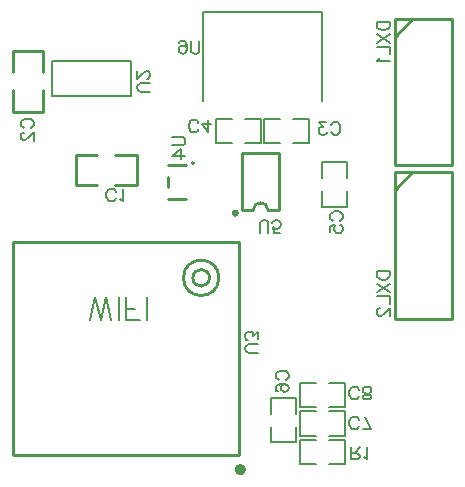
<source format=gbo>
G04 Layer: BottomSilkscreenLayer*
G04 EasyEDA v6.5.3, 2022-04-04 11:44:29*
G04 441a04c8791b4462941eed85b5e579c0,ea473c994f494bc6b3a27bf06e4933c6,10*
G04 Gerber Generator version 0.2*
G04 Scale: 100 percent, Rotated: No, Reflected: No *
G04 Dimensions in millimeters *
G04 leading zeros omitted , absolute positions ,4 integer and 5 decimal *
%FSLAX45Y45*%
%MOMM*%

%ADD10C,0.2540*%
%ADD27C,0.1999*%
%ADD30C,0.1524*%
%ADD31C,0.5000*%
%ADD32C,0.2032*%

%LPD*%
D30*
X1093978Y-1600707D02*
G01*
X1088644Y-1611121D01*
X1078229Y-1621536D01*
X1068070Y-1626615D01*
X1047242Y-1626615D01*
X1036828Y-1621536D01*
X1026413Y-1611121D01*
X1021079Y-1600707D01*
X1016000Y-1584960D01*
X1016000Y-1559052D01*
X1021079Y-1543557D01*
X1026413Y-1533144D01*
X1036828Y-1522729D01*
X1047242Y-1517650D01*
X1068070Y-1517650D01*
X1078229Y-1522729D01*
X1088644Y-1533144D01*
X1093978Y-1543557D01*
X1128268Y-1605787D02*
G01*
X1138681Y-1611121D01*
X1154176Y-1626615D01*
X1154176Y-1517650D01*
X316992Y-1005078D02*
G01*
X306578Y-999744D01*
X296163Y-989329D01*
X291084Y-979170D01*
X291084Y-958342D01*
X296163Y-947928D01*
X306578Y-937513D01*
X316992Y-932179D01*
X332739Y-927100D01*
X358647Y-927100D01*
X374142Y-932179D01*
X384555Y-937513D01*
X394970Y-947928D01*
X400050Y-958342D01*
X400050Y-979170D01*
X394970Y-989329D01*
X384555Y-999744D01*
X374142Y-1005078D01*
X316992Y-1044447D02*
G01*
X311912Y-1044447D01*
X301497Y-1049781D01*
X296163Y-1054862D01*
X291084Y-1065276D01*
X291084Y-1086104D01*
X296163Y-1096518D01*
X301497Y-1101597D01*
X311912Y-1106931D01*
X322326Y-1106931D01*
X332739Y-1101597D01*
X348234Y-1091184D01*
X400050Y-1039368D01*
X400050Y-1112012D01*
X2919222Y-977392D02*
G01*
X2924556Y-966978D01*
X2934970Y-956563D01*
X2945129Y-951484D01*
X2965958Y-951484D01*
X2976372Y-956563D01*
X2986786Y-966978D01*
X2992120Y-977392D01*
X2997200Y-993139D01*
X2997200Y-1019047D01*
X2992120Y-1034542D01*
X2986786Y-1044955D01*
X2976372Y-1055370D01*
X2965958Y-1060450D01*
X2945129Y-1060450D01*
X2934970Y-1055370D01*
X2924556Y-1044955D01*
X2919222Y-1034542D01*
X2874518Y-951484D02*
G01*
X2817368Y-951484D01*
X2848609Y-993139D01*
X2833115Y-993139D01*
X2822702Y-998220D01*
X2817368Y-1003300D01*
X2812288Y-1019047D01*
X2812288Y-1029462D01*
X2817368Y-1044955D01*
X2827781Y-1055370D01*
X2843529Y-1060450D01*
X2859024Y-1060450D01*
X2874518Y-1055370D01*
X2879852Y-1050289D01*
X2884931Y-1039876D01*
X1792478Y-1016507D02*
G01*
X1787144Y-1026921D01*
X1776729Y-1037336D01*
X1766570Y-1042415D01*
X1745742Y-1042415D01*
X1735328Y-1037336D01*
X1724913Y-1026921D01*
X1719579Y-1016507D01*
X1714500Y-1000760D01*
X1714500Y-974852D01*
X1719579Y-959357D01*
X1724913Y-948944D01*
X1735328Y-938529D01*
X1745742Y-933450D01*
X1766570Y-933450D01*
X1776729Y-938529D01*
X1787144Y-948944D01*
X1792478Y-959357D01*
X1878584Y-1042415D02*
G01*
X1826768Y-969771D01*
X1904745Y-969771D01*
X1878584Y-1042415D02*
G01*
X1878584Y-933450D01*
X2933191Y-1789160D02*
G01*
X2922777Y-1783826D01*
X2912363Y-1773412D01*
X2907284Y-1763252D01*
X2907284Y-1742424D01*
X2912363Y-1732010D01*
X2922777Y-1721596D01*
X2933191Y-1716262D01*
X2948940Y-1711182D01*
X2974847Y-1711182D01*
X2990341Y-1716262D01*
X3000756Y-1721596D01*
X3011170Y-1732010D01*
X3016250Y-1742424D01*
X3016250Y-1763252D01*
X3011170Y-1773412D01*
X3000756Y-1783826D01*
X2990341Y-1789160D01*
X2907284Y-1885680D02*
G01*
X2907284Y-1833864D01*
X2954020Y-1828530D01*
X2948940Y-1833864D01*
X2943606Y-1849358D01*
X2943606Y-1864852D01*
X2948940Y-1880600D01*
X2959100Y-1891014D01*
X2974847Y-1896094D01*
X2985261Y-1896094D01*
X3000756Y-1891014D01*
X3011170Y-1880600D01*
X3016250Y-1864852D01*
X3016250Y-1849358D01*
X3011170Y-1833864D01*
X3006090Y-1828530D01*
X2995675Y-1823450D01*
X2475991Y-3138678D02*
G01*
X2465577Y-3133344D01*
X2455163Y-3122929D01*
X2450084Y-3112770D01*
X2450084Y-3091942D01*
X2455163Y-3081528D01*
X2465577Y-3071113D01*
X2475991Y-3065779D01*
X2491740Y-3060700D01*
X2517647Y-3060700D01*
X2533141Y-3065779D01*
X2543556Y-3071113D01*
X2553970Y-3081528D01*
X2559050Y-3091942D01*
X2559050Y-3112770D01*
X2553970Y-3122929D01*
X2543556Y-3133344D01*
X2533141Y-3138678D01*
X2465577Y-3235197D02*
G01*
X2455163Y-3230118D01*
X2450084Y-3214370D01*
X2450084Y-3204210D01*
X2455163Y-3188462D01*
X2470911Y-3178047D01*
X2496820Y-3172968D01*
X2522727Y-3172968D01*
X2543556Y-3178047D01*
X2553970Y-3188462D01*
X2559050Y-3204210D01*
X2559050Y-3209289D01*
X2553970Y-3224784D01*
X2543556Y-3235197D01*
X2528061Y-3240531D01*
X2522727Y-3240531D01*
X2507234Y-3235197D01*
X2496820Y-3224784D01*
X2491740Y-3209289D01*
X2491740Y-3204210D01*
X2496820Y-3188462D01*
X2507234Y-3178047D01*
X2522727Y-3172968D01*
X3151377Y-3531107D02*
G01*
X3146043Y-3541521D01*
X3135629Y-3551936D01*
X3125470Y-3557015D01*
X3104641Y-3557015D01*
X3094227Y-3551936D01*
X3083813Y-3541521D01*
X3078479Y-3531107D01*
X3073400Y-3515360D01*
X3073400Y-3489452D01*
X3078479Y-3473957D01*
X3083813Y-3463544D01*
X3094227Y-3453129D01*
X3104641Y-3448050D01*
X3125470Y-3448050D01*
X3135629Y-3453129D01*
X3146043Y-3463544D01*
X3151377Y-3473957D01*
X3258311Y-3557015D02*
G01*
X3206495Y-3448050D01*
X3185668Y-3557015D02*
G01*
X3258311Y-3557015D01*
X3151377Y-3277107D02*
G01*
X3146043Y-3287521D01*
X3135629Y-3297936D01*
X3125470Y-3303015D01*
X3104641Y-3303015D01*
X3094227Y-3297936D01*
X3083813Y-3287521D01*
X3078479Y-3277107D01*
X3073400Y-3261360D01*
X3073400Y-3235452D01*
X3078479Y-3219957D01*
X3083813Y-3209544D01*
X3094227Y-3199129D01*
X3104641Y-3194050D01*
X3125470Y-3194050D01*
X3135629Y-3199129D01*
X3146043Y-3209544D01*
X3151377Y-3219957D01*
X3211575Y-3303015D02*
G01*
X3196081Y-3297936D01*
X3190747Y-3287521D01*
X3190747Y-3277107D01*
X3196081Y-3266694D01*
X3206495Y-3261360D01*
X3227070Y-3256279D01*
X3242818Y-3251200D01*
X3253231Y-3240786D01*
X3258311Y-3230371D01*
X3258311Y-3214623D01*
X3253231Y-3204210D01*
X3247897Y-3199129D01*
X3232404Y-3194050D01*
X3211575Y-3194050D01*
X3196081Y-3199129D01*
X3190747Y-3204210D01*
X3185668Y-3214623D01*
X3185668Y-3230371D01*
X3190747Y-3240786D01*
X3201161Y-3251200D01*
X3216909Y-3256279D01*
X3237484Y-3261360D01*
X3247897Y-3266694D01*
X3253231Y-3277107D01*
X3253231Y-3287521D01*
X3247897Y-3297936D01*
X3232404Y-3303015D01*
X3211575Y-3303015D01*
X3305284Y-103101D02*
G01*
X3414250Y-103101D01*
X3305284Y-103101D02*
G01*
X3305284Y-139423D01*
X3310364Y-155171D01*
X3320778Y-165331D01*
X3331192Y-170665D01*
X3346940Y-175745D01*
X3372848Y-175745D01*
X3388342Y-170665D01*
X3398756Y-165331D01*
X3409170Y-155171D01*
X3414250Y-139423D01*
X3414250Y-103101D01*
X3305284Y-210035D02*
G01*
X3414250Y-282933D01*
X3305284Y-282933D02*
G01*
X3414250Y-210035D01*
X3305284Y-317223D02*
G01*
X3414250Y-317223D01*
X3414250Y-317223D02*
G01*
X3414250Y-379453D01*
X3326112Y-413743D02*
G01*
X3320778Y-424157D01*
X3305284Y-439651D01*
X3414250Y-439651D01*
X3086100Y-3811015D02*
G01*
X3086100Y-3702050D01*
X3086100Y-3811015D02*
G01*
X3132836Y-3811015D01*
X3148329Y-3805936D01*
X3153663Y-3800602D01*
X3158743Y-3790187D01*
X3158743Y-3779773D01*
X3153663Y-3769360D01*
X3148329Y-3764279D01*
X3132836Y-3759200D01*
X3086100Y-3759200D01*
X3122422Y-3759200D02*
G01*
X3158743Y-3702050D01*
X3193034Y-3790187D02*
G01*
X3203447Y-3795521D01*
X3219195Y-3811015D01*
X3219195Y-3702050D01*
X1385315Y-698500D02*
G01*
X1307337Y-698500D01*
X1291844Y-693420D01*
X1281429Y-683005D01*
X1276350Y-667257D01*
X1276350Y-656844D01*
X1281429Y-641350D01*
X1291844Y-630936D01*
X1307337Y-625855D01*
X1385315Y-625855D01*
X1359407Y-586231D02*
G01*
X1364487Y-586231D01*
X1374902Y-581152D01*
X1380236Y-575818D01*
X1385315Y-565404D01*
X1385315Y-544829D01*
X1380236Y-534415D01*
X1374902Y-529081D01*
X1364487Y-524002D01*
X1354073Y-524002D01*
X1343660Y-529081D01*
X1328165Y-539495D01*
X1276350Y-591565D01*
X1276350Y-518668D01*
X2299715Y-2908300D02*
G01*
X2221738Y-2908300D01*
X2206243Y-2903220D01*
X2195829Y-2892805D01*
X2190750Y-2877057D01*
X2190750Y-2866644D01*
X2195829Y-2851150D01*
X2206243Y-2840736D01*
X2221738Y-2835655D01*
X2299715Y-2835655D01*
X2299715Y-2790952D02*
G01*
X2299715Y-2733802D01*
X2258059Y-2764789D01*
X2258059Y-2749295D01*
X2252979Y-2738881D01*
X2247900Y-2733802D01*
X2232152Y-2728468D01*
X2221738Y-2728468D01*
X2206243Y-2733802D01*
X2195829Y-2744215D01*
X2190750Y-2759710D01*
X2190750Y-2775204D01*
X2195829Y-2790952D01*
X2200909Y-2796031D01*
X2211324Y-2801365D01*
D32*
X873549Y-2630792D02*
G01*
X919777Y-2436736D01*
X966005Y-2630792D02*
G01*
X919777Y-2436736D01*
X966005Y-2630792D02*
G01*
X1012233Y-2436736D01*
X1058207Y-2630792D02*
G01*
X1012233Y-2436736D01*
X1119167Y-2630792D02*
G01*
X1119167Y-2436736D01*
X1180127Y-2630792D02*
G01*
X1180127Y-2436736D01*
X1180127Y-2630792D02*
G01*
X1300269Y-2630792D01*
X1180127Y-2538336D02*
G01*
X1254041Y-2538336D01*
X1361229Y-2630792D02*
G01*
X1361229Y-2436736D01*
D30*
X1573784Y-1079500D02*
G01*
X1651762Y-1079500D01*
X1667255Y-1084579D01*
X1677670Y-1094994D01*
X1682750Y-1110742D01*
X1682750Y-1121155D01*
X1677670Y-1136650D01*
X1667255Y-1147063D01*
X1651762Y-1152144D01*
X1573784Y-1152144D01*
X1573784Y-1238504D02*
G01*
X1646428Y-1186434D01*
X1646428Y-1264412D01*
X1573784Y-1238504D02*
G01*
X1682750Y-1238504D01*
X2313940Y-1893315D02*
G01*
X2313940Y-1815337D01*
X2319020Y-1799844D01*
X2329434Y-1789429D01*
X2345181Y-1784350D01*
X2355595Y-1784350D01*
X2371090Y-1789429D01*
X2381504Y-1799844D01*
X2386584Y-1815337D01*
X2386584Y-1893315D01*
X2483358Y-1893315D02*
G01*
X2431288Y-1893315D01*
X2426208Y-1846579D01*
X2431288Y-1851660D01*
X2447036Y-1856994D01*
X2462529Y-1856994D01*
X2478024Y-1851660D01*
X2488438Y-1841500D01*
X2493772Y-1825752D01*
X2493772Y-1815337D01*
X2488438Y-1799844D01*
X2478024Y-1789429D01*
X2462529Y-1784350D01*
X2447036Y-1784350D01*
X2431288Y-1789429D01*
X2426208Y-1794510D01*
X2420874Y-1804923D01*
X1803400Y-265684D02*
G01*
X1803400Y-343662D01*
X1798320Y-359155D01*
X1787905Y-369570D01*
X1772157Y-374650D01*
X1761744Y-374650D01*
X1746250Y-369570D01*
X1735836Y-359155D01*
X1730755Y-343662D01*
X1730755Y-265684D01*
X1633981Y-281178D02*
G01*
X1639315Y-270763D01*
X1654810Y-265684D01*
X1665223Y-265684D01*
X1680718Y-270763D01*
X1691131Y-286512D01*
X1696465Y-312420D01*
X1696465Y-338328D01*
X1691131Y-359155D01*
X1680718Y-369570D01*
X1665223Y-374650D01*
X1659889Y-374650D01*
X1644395Y-369570D01*
X1633981Y-359155D01*
X1628902Y-343662D01*
X1628902Y-338328D01*
X1633981Y-322834D01*
X1644395Y-312420D01*
X1659889Y-307339D01*
X1665223Y-307339D01*
X1680718Y-312420D01*
X1691131Y-322834D01*
X1696465Y-338328D01*
X3305284Y-2215901D02*
G01*
X3414250Y-2215901D01*
X3305284Y-2215901D02*
G01*
X3305284Y-2252223D01*
X3310364Y-2267971D01*
X3320778Y-2278131D01*
X3331192Y-2283465D01*
X3346940Y-2288545D01*
X3372848Y-2288545D01*
X3388342Y-2283465D01*
X3398756Y-2278131D01*
X3409170Y-2267971D01*
X3414250Y-2252223D01*
X3414250Y-2215901D01*
X3305284Y-2322835D02*
G01*
X3414250Y-2395733D01*
X3305284Y-2395733D02*
G01*
X3414250Y-2322835D01*
X3305284Y-2430023D02*
G01*
X3414250Y-2430023D01*
X3414250Y-2430023D02*
G01*
X3414250Y-2492253D01*
X3331192Y-2531877D02*
G01*
X3326112Y-2531877D01*
X3315698Y-2536957D01*
X3310364Y-2542291D01*
X3305284Y-2552451D01*
X3305284Y-2573279D01*
X3310364Y-2583693D01*
X3315698Y-2589027D01*
X3326112Y-2594107D01*
X3336526Y-2594107D01*
X3346940Y-2589027D01*
X3362434Y-2578613D01*
X3414250Y-2526543D01*
X3414250Y-2599441D01*
D10*
X939800Y-1485900D02*
G01*
X754989Y-1485900D01*
X754989Y-1231900D01*
X939800Y-1231900D01*
X1092200Y-1231900D02*
G01*
X1278001Y-1231900D01*
X1278001Y-1485900D01*
X1092200Y-1485900D01*
X228600Y-533400D02*
G01*
X228600Y-348589D01*
X482600Y-348589D01*
X482600Y-533400D01*
X482600Y-685800D02*
G01*
X482600Y-871601D01*
X228600Y-871601D01*
X228600Y-685800D01*
D27*
X2484526Y-1132179D02*
G01*
X2352522Y-1132179D01*
X2352522Y-925169D01*
X2484526Y-925169D01*
X2597734Y-1132179D02*
G01*
X2729738Y-1132179D01*
X2729738Y-925169D01*
X2597734Y-925169D01*
X2189073Y-925220D02*
G01*
X2321077Y-925220D01*
X2321077Y-1132230D01*
X2189073Y-1132230D01*
X2075865Y-925220D02*
G01*
X1943861Y-925220D01*
X1943861Y-1132230D01*
X2075865Y-1132230D01*
X3049879Y-1538056D02*
G01*
X3049879Y-1670060D01*
X2842869Y-1670060D01*
X2842869Y-1538056D01*
X3049879Y-1424848D02*
G01*
X3049879Y-1292844D01*
X2842869Y-1292844D01*
X2842869Y-1424848D01*
X2618079Y-3535273D02*
G01*
X2618079Y-3667277D01*
X2411069Y-3667277D01*
X2411069Y-3535273D01*
X2618079Y-3422065D02*
G01*
X2618079Y-3290062D01*
X2411069Y-3290062D01*
X2411069Y-3422065D01*
X2900273Y-3401720D02*
G01*
X3032277Y-3401720D01*
X3032277Y-3608730D01*
X2900273Y-3608730D01*
X2787065Y-3401720D02*
G01*
X2655061Y-3401720D01*
X2655061Y-3608730D01*
X2787065Y-3608730D01*
X2900273Y-3160420D02*
G01*
X3032277Y-3160420D01*
X3032277Y-3367430D01*
X2900273Y-3367430D01*
X2787065Y-3160420D02*
G01*
X2655061Y-3160420D01*
X2655061Y-3367430D01*
X2787065Y-3367430D01*
D10*
X3455004Y-80002D02*
G01*
X3455001Y-1319999D01*
X3945003Y-80002D02*
G01*
X3455001Y-80002D01*
X3945003Y-1319999D02*
G01*
X3945000Y-80002D01*
X3455004Y-1319999D02*
G01*
X3945003Y-1319999D01*
X3454890Y-230101D02*
G01*
X3605004Y-79987D01*
D27*
X2789300Y-3850004D02*
G01*
X2657297Y-3850004D01*
X2657297Y-3642995D01*
X2789300Y-3642995D01*
X2902508Y-3850004D02*
G01*
X3034512Y-3850004D01*
X3034512Y-3642995D01*
X2902508Y-3642995D01*
D30*
X1221620Y-439757D02*
G01*
X556379Y-439757D01*
X556379Y-734037D01*
X1221620Y-734037D01*
X1221620Y-439757D01*
D10*
X221112Y-3770693D02*
G01*
X2141123Y-3770693D01*
X2141123Y-1970697D01*
X221112Y-1970697D01*
X221112Y-3770693D01*
X1532900Y-1315499D02*
G01*
X1692899Y-1315499D01*
X1532900Y-1605503D02*
G01*
X1692899Y-1605503D01*
X1532900Y-1416309D02*
G01*
X1532900Y-1504690D01*
X2164079Y-1701800D02*
G01*
X2164079Y-1219200D01*
X2479040Y-1219200D01*
X2479040Y-1701800D01*
X2479040Y-1701800D02*
G01*
X2385059Y-1701800D01*
X2258059Y-1701800D02*
G01*
X2164079Y-1701800D01*
D27*
X2836799Y-775385D02*
G01*
X2836799Y-25400D01*
X1836801Y-25400D01*
X1836801Y-775385D01*
D10*
X3455004Y-1380002D02*
G01*
X3455001Y-2619999D01*
X3945003Y-1380002D02*
G01*
X3455001Y-1380002D01*
X3945003Y-2619999D02*
G01*
X3945000Y-1380002D01*
X3455004Y-2619999D02*
G01*
X3945003Y-2619999D01*
X3454890Y-1530101D02*
G01*
X3605004Y-1379987D01*
G75*
G01*
X2385060Y-1701800D02*
G03*
X2258060Y-1701800I-63500J0D01*
D31*
G75*
G01
X2172335Y-3897706D02*
G03X2172335Y-3897706I-23241J0D01*
D10*
G75*
G01
X1967611Y-2273198D02*
G03X1967611Y-2273198I-150012J0D01*
G75*
G01
X1888439Y-2273198D02*
G03X1888439Y-2273198I-70841J0D01*
G75*
G01
X1754302Y-1301521D02*
G03X1754302Y-1301521I-6401J0D01*
G75*
G01
X2124710Y-1724660D02*
G03X2124710Y-1724660I-19050J0D01*
M02*

</source>
